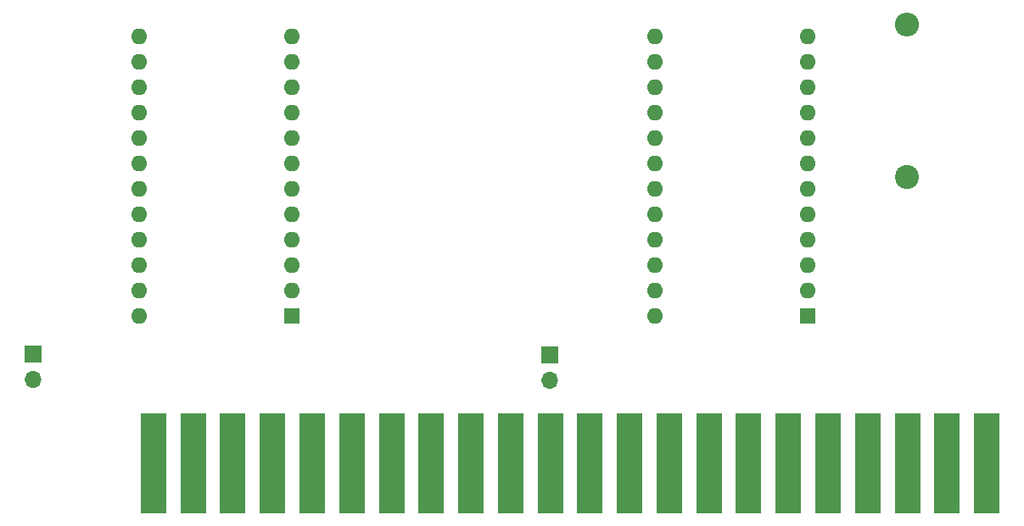
<source format=gbr>
%TF.GenerationSoftware,KiCad,Pcbnew,(5.1.12)-1*%
%TF.CreationDate,2022-10-05T19:48:58+01:00*%
%TF.ProjectId,Apple-1 ROM_RAM,4170706c-652d-4312-9052-4f4d5f52414d,rev?*%
%TF.SameCoordinates,Original*%
%TF.FileFunction,Soldermask,Top*%
%TF.FilePolarity,Negative*%
%FSLAX46Y46*%
G04 Gerber Fmt 4.6, Leading zero omitted, Abs format (unit mm)*
G04 Created by KiCad (PCBNEW (5.1.12)-1) date 2022-10-05 19:48:58*
%MOMM*%
%LPD*%
G01*
G04 APERTURE LIST*
%ADD10R,1.700000X1.700000*%
%ADD11O,1.700000X1.700000*%
%ADD12R,1.600000X1.600000*%
%ADD13O,1.600000X1.600000*%
%ADD14C,2.400000*%
%ADD15O,2.400000X2.400000*%
%ADD16R,2.540000X10.000000*%
G04 APERTURE END LIST*
D10*
%TO.C,T1*%
X117526200Y-132607460D03*
D11*
X117526200Y-135147460D03*
%TD*%
D12*
%TO.C,U1*%
X194866200Y-128807460D03*
D13*
X179626200Y-100867460D03*
X194866200Y-126267460D03*
X179626200Y-103407460D03*
X194866200Y-123727460D03*
X179626200Y-105947460D03*
X194866200Y-121187460D03*
X179626200Y-108487460D03*
X194866200Y-118647460D03*
X179626200Y-111027460D03*
X194866200Y-116107460D03*
X179626200Y-113567460D03*
X194866200Y-113567460D03*
X179626200Y-116107460D03*
X194866200Y-111027460D03*
X179626200Y-118647460D03*
X194866200Y-108487460D03*
X179626200Y-121187460D03*
X194866200Y-105947460D03*
X179626200Y-123727460D03*
X194866200Y-103407460D03*
X179626200Y-126267460D03*
X194866200Y-100867460D03*
X179626200Y-128807460D03*
%TD*%
D10*
%TO.C,S1*%
X169126200Y-132767460D03*
D11*
X169126200Y-135307460D03*
%TD*%
D14*
%TO.C,R1*%
X204766200Y-114947460D03*
D15*
X204766200Y-99707460D03*
%TD*%
D12*
%TO.C,U2*%
X143386200Y-128807460D03*
D13*
X128146200Y-100867460D03*
X143386200Y-126267460D03*
X128146200Y-103407460D03*
X143386200Y-123727460D03*
X128146200Y-105947460D03*
X143386200Y-121187460D03*
X128146200Y-108487460D03*
X143386200Y-118647460D03*
X128146200Y-111027460D03*
X143386200Y-116107460D03*
X128146200Y-113567460D03*
X143386200Y-113567460D03*
X128146200Y-116107460D03*
X143386200Y-111027460D03*
X128146200Y-118647460D03*
X143386200Y-108487460D03*
X128146200Y-121187460D03*
X143386200Y-105947460D03*
X128146200Y-123727460D03*
X143386200Y-103407460D03*
X128146200Y-126267460D03*
X143386200Y-100867460D03*
X128146200Y-128807460D03*
%TD*%
D16*
%TO.C,J1*%
X129560000Y-143580000D03*
X133520000Y-143580000D03*
X137480000Y-143580000D03*
X141440000Y-143580000D03*
X145400000Y-143580000D03*
X149360000Y-143580000D03*
X153320000Y-143580000D03*
X157280000Y-143580000D03*
X161240000Y-143580000D03*
X165200000Y-143580000D03*
X169160000Y-143580000D03*
X173120000Y-143580000D03*
X177080000Y-143580000D03*
X181040000Y-143580000D03*
X185000000Y-143580000D03*
X188960000Y-143580000D03*
X192920000Y-143580000D03*
X196880000Y-143580000D03*
X200840000Y-143580000D03*
X204800000Y-143580000D03*
X208760000Y-143580000D03*
X212720000Y-143580000D03*
%TD*%
M02*

</source>
